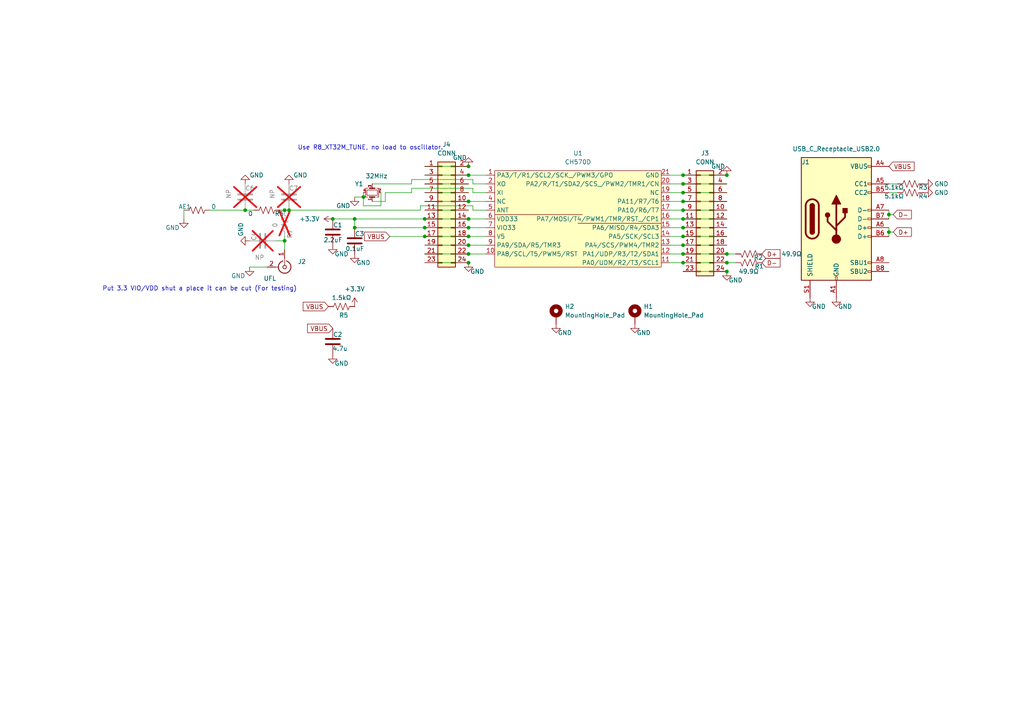
<source format=kicad_sch>
(kicad_sch (version 20231120) (generator "eeschema") (generator_version "8.0")
  (paper "A4")
  (lib_symbols
    (symbol "Connector:Conn_Coaxial" (pin_names (offset 1.016) hide)
      (property "Reference" "J" (at 0.254 3.048 0))
      (property "Value" "Conn_Coaxial" (at 2.921 0 90))
      (symbol "Conn_Coaxial_0_1"
        (arc (start -1.778 -0.508) (mid 0.2311 -1.8066) (end 1.778 0) (stroke (width 0.254)))
        (polyline (pts (xy -2.54 0) (xy -0.508 0)))
        (polyline (pts (xy 0 -2.54) (xy 0 -1.778)))
        (circle (center 0 0) (radius 0.508) (stroke (width 0.2032)))
        (arc (start 1.778 0) (mid 0.2099 1.8101) (end -1.778 0.508) (stroke (width 0.254)))
      )
      (symbol "Conn_Coaxial_1_1"
        (pin passive line (at -5.08 0 0) (length 2.54) (name "In") (number "1"))
        (pin passive line (at 0 -5.08 90) (length 2.54) (name "Ext") (number "2"))
      )
    )
    (symbol "Connector:USB_C_Receptacle_USB2.0" (pin_names (offset 1.016))
      (property "Reference" "J" (at -10.16 19.05 0))
      (property "Value" "USB_C_Receptacle_USB2.0" (at 19.05 19.05 0))
      (symbol "USB_C_Receptacle_USB2.0_0_0"
        (rectangle (start -0.254 -17.78) (end 0.254 -16.764))
        (rectangle (start 10.16 -14.986) (end 9.144 -15.494))
        (rectangle (start 10.16 -12.446) (end 9.144 -12.954))
        (rectangle (start 10.16 -4.826) (end 9.144 -5.334))
        (rectangle (start 10.16 -2.286) (end 9.144 -2.794))
        (rectangle (start 10.16 0.254) (end 9.144 -0.254))
        (rectangle (start 10.16 2.794) (end 9.144 2.286))
        (rectangle (start 10.16 7.874) (end 9.144 7.366))
        (rectangle (start 10.16 10.414) (end 9.144 9.906))
        (rectangle (start 10.16 15.494) (end 9.144 14.986))
      )
      (symbol "USB_C_Receptacle_USB2.0_0_1"
        (rectangle (start -10.16 17.78) (end 10.16 -17.78) (stroke (width 0.254)) (fill (type background)))
        (arc (start -8.89 -3.81) (mid -6.985 -5.7067) (end -5.08 -3.81) (stroke (width 0.508)))
        (arc (start -7.62 -3.81) (mid -6.985 -4.4423) (end -6.35 -3.81) (stroke (width 0.254)))
        (arc (start -7.62 -3.81) (mid -6.985 -4.4423) (end -6.35 -3.81) (stroke (width 0.254)) (fill (type outline)))
        (rectangle (start -7.62 -3.81) (end -6.35 3.81) (stroke (width 0.254)) (fill (type outline)))
        (arc (start -6.35 3.81) (mid -6.985 4.4423) (end -7.62 3.81) (stroke (width 0.254)))
        (arc (start -6.35 3.81) (mid -6.985 4.4423) (end -7.62 3.81) (stroke (width 0.254)) (fill (type outline)))
        (arc (start -5.08 3.81) (mid -6.985 5.7067) (end -8.89 3.81) (stroke (width 0.508)))
        (circle (center -2.54 1.143) (radius 0.635) (stroke (width 0.254)) (fill (type outline)))
        (circle (center 0 -5.842) (radius 1.27) (fill (type outline)))
        (polyline (pts (xy -8.89 -3.81) (xy -8.89 3.81)) (stroke (width 0.508)))
        (polyline (pts (xy -5.08 3.81) (xy -5.08 -3.81)) (stroke (width 0.508)))
        (polyline (pts (xy 0 -5.842) (xy 0 4.318)) (stroke (width 0.508)))
        (polyline (pts (xy 0 -3.302) (xy -2.54 -0.762) (xy -2.54 0.508)) (stroke (width 0.508)))
        (polyline (pts (xy 0 -2.032) (xy 2.54 0.508) (xy 2.54 1.778)) (stroke (width 0.508)))
        (polyline (pts (xy -1.27 4.318) (xy 0 6.858) (xy 1.27 4.318) (xy -1.27 4.318)) (stroke (width 0.254)) (fill (type outline)))
        (rectangle (start 1.905 1.778) (end 3.175 3.048) (stroke (width 0.254)) (fill (type outline)))
      )
      (symbol "USB_C_Receptacle_USB2.0_1_1"
        (pin passive line (at 0 -22.86 90) (length 5.08) (name "GND") (number "A1"))
        (pin passive line (at 0 -22.86 90) (length 5.08) hide (name "GND") (number "A12"))
        (pin passive line (at 15.24 15.24 180) (length 5.08) (name "VBUS") (number "A4"))
        (pin bidirectional line (at 15.24 10.16 180) (length 5.08) (name "CC1") (number "A5"))
        (pin bidirectional line (at 15.24 -2.54 180) (length 5.08) (name "D+") (number "A6"))
        (pin bidirectional line (at 15.24 2.54 180) (length 5.08) (name "D-") (number "A7"))
        (pin bidirectional line (at 15.24 -12.7 180) (length 5.08) (name "SBU1") (number "A8"))
        (pin passive line (at 15.24 15.24 180) (length 5.08) hide (name "VBUS") (number "A9"))
        (pin passive line (at 0 -22.86 90) (length 5.08) hide (name "GND") (number "B1"))
        (pin passive line (at 0 -22.86 90) (length 5.08) hide (name "GND") (number "B12"))
        (pin passive line (at 15.24 15.24 180) (length 5.08) hide (name "VBUS") (number "B4"))
        (pin bidirectional line (at 15.24 7.62 180) (length 5.08) (name "CC2") (number "B5"))
        (pin bidirectional line (at 15.24 -5.08 180) (length 5.08) (name "D+") (number "B6"))
        (pin bidirectional line (at 15.24 0 180) (length 5.08) (name "D-") (number "B7"))
        (pin bidirectional line (at 15.24 -15.24 180) (length 5.08) (name "SBU2") (number "B8"))
        (pin passive line (at 15.24 15.24 180) (length 5.08) hide (name "VBUS") (number "B9"))
        (pin passive line (at -7.62 -22.86 90) (length 5.08) (name "SHIELD") (number "S1"))
      )
    )
    (symbol "Connector_Generic:Conn_02x12_Odd_Even" (pin_names (offset 1.016) hide)
      (property "Reference" "J" (at 1.27 15.24 0))
      (property "Value" "Conn_02x12_Odd_Even" (at 1.27 -17.78 0))
      (symbol "Conn_02x12_Odd_Even_1_1"
        (rectangle (start -1.27 -15.113) (end 0 -15.367) (stroke (width 0.1524)))
        (rectangle (start -1.27 -12.573) (end 0 -12.827) (stroke (width 0.1524)))
        (rectangle (start -1.27 -10.033) (end 0 -10.287) (stroke (width 0.1524)))
        (rectangle (start -1.27 -7.493) (end 0 -7.747) (stroke (width 0.1524)))
        (rectangle (start -1.27 -4.953) (end 0 -5.207) (stroke (width 0.1524)))
        (rectangle (start -1.27 -2.413) (end 0 -2.667) (stroke (width 0.1524)))
        (rectangle (start -1.27 0.127) (end 0 -0.127) (stroke (width 0.1524)))
        (rectangle (start -1.27 2.667) (end 0 2.413) (stroke (width 0.1524)))
        (rectangle (start -1.27 5.207) (end 0 4.953) (stroke (width 0.1524)))
        (rectangle (start -1.27 7.747) (end 0 7.493) (stroke (width 0.1524)))
        (rectangle (start -1.27 10.287) (end 0 10.033) (stroke (width 0.1524)))
        (rectangle (start -1.27 12.827) (end 0 12.573) (stroke (width 0.1524)))
        (rectangle (start -1.27 13.97) (end 3.81 -16.51) (stroke (width 0.254)) (fill (type background)))
        (rectangle (start 3.81 -15.113) (end 2.54 -15.367) (stroke (width 0.1524)))
        (rectangle (start 3.81 -12.573) (end 2.54 -12.827) (stroke (width 0.1524)))
        (rectangle (start 3.81 -10.033) (end 2.54 -10.287) (stroke (width 0.1524)))
        (rectangle (start 3.81 -7.493) (end 2.54 -7.747) (stroke (width 0.1524)))
        (rectangle (start 3.81 -4.953) (end 2.54 -5.207) (stroke (width 0.1524)))
        (rectangle (start 3.81 -2.413) (end 2.54 -2.667) (stroke (width 0.1524)))
        (rectangle (start 3.81 0.127) (end 2.54 -0.127) (stroke (width 0.1524)))
        (rectangle (start 3.81 2.667) (end 2.54 2.413) (stroke (width 0.1524)))
        (rectangle (start 3.81 5.207) (end 2.54 4.953) (stroke (width 0.1524)))
        (rectangle (start 3.81 7.747) (end 2.54 7.493) (stroke (width 0.1524)))
        (rectangle (start 3.81 10.287) (end 2.54 10.033) (stroke (width 0.1524)))
        (rectangle (start 3.81 12.827) (end 2.54 12.573) (stroke (width 0.1524)))
        (pin passive line (at -5.08 12.7 0) (length 3.81) (name "Pin_1") (number "1"))
        (pin passive line (at 7.62 2.54 180) (length 3.81) (name "Pin_10") (number "10"))
        (pin passive line (at -5.08 0 0) (length 3.81) (name "Pin_11") (number "11"))
        (pin passive line (at 7.62 0 180) (length 3.81) (name "Pin_12") (number "12"))
        (pin passive line (at -5.08 -2.54 0) (length 3.81) (name "Pin_13") (number "13"))
        (pin passive line (at 7.62 -2.54 180) (length 3.81) (name "Pin_14") (number "14"))
        (pin passive line (at -5.08 -5.08 0) (length 3.81) (name "Pin_15") (number "15"))
        (pin passive line (at 7.62 -5.08 180) (length 3.81) (name "Pin_16") (number "16"))
        (pin passive line (at -5.08 -7.62 0) (length 3.81) (name "Pin_17") (number "17"))
        (pin passive line (at 7.62 -7.62 180) (length 3.81) (name "Pin_18") (number "18"))
        (pin passive line (at -5.08 -10.16 0) (length 3.81) (name "Pin_19") (number "19"))
        (pin passive line (at 7.62 12.7 180) (length 3.81) (name "Pin_2") (number "2"))
        (pin passive line (at 7.62 -10.16 180) (length 3.81) (name "Pin_20") (number "20"))
        (pin passive line (at -5.08 -12.7 0) (length 3.81) (name "Pin_21") (number "21"))
        (pin passive line (at 7.62 -12.7 180) (length 3.81) (name "Pin_22") (number "22"))
        (pin passive line (at -5.08 -15.24 0) (length 3.81) (name "Pin_23") (number "23"))
        (pin passive line (at 7.62 -15.24 180) (length 3.81) (name "Pin_24") (number "24"))
        (pin passive line (at -5.08 10.16 0) (length 3.81) (name "Pin_3") (number "3"))
        (pin passive line (at 7.62 10.16 180) (length 3.81) (name "Pin_4") (number "4"))
        (pin passive line (at -5.08 7.62 0) (length 3.81) (name "Pin_5") (number "5"))
        (pin passive line (at 7.62 7.62 180) (length 3.81) (name "Pin_6") (number "6"))
        (pin passive line (at -5.08 5.08 0) (length 3.81) (name "Pin_7") (number "7"))
        (pin passive line (at 7.62 5.08 180) (length 3.81) (name "Pin_8") (number "8"))
        (pin passive line (at -5.08 2.54 0) (length 3.81) (name "Pin_9") (number "9"))
      )
    )
    (symbol "Device:C" (pin_numbers hide) (pin_names (offset 0.254))
      (property "Reference" "C" (at 0.635 2.54 0))
      (property "Value" "C" (at 0.635 -2.54 0))
      (symbol "C_0_1"
        (polyline (pts (xy -2.032 -0.762) (xy 2.032 -0.762)) (stroke (width 0.508)))
        (polyline (pts (xy -2.032 0.762) (xy 2.032 0.762)) (stroke (width 0.508)))
      )
      (symbol "C_1_1"
        (pin passive line (at 0 3.81 270) (length 2.794) (name "~") (number "1"))
        (pin passive line (at 0 -3.81 90) (length 2.794) (name "~") (number "2"))
      )
    )
    (symbol "Device:Crystal_GND24_Small" (pin_names (offset 1.016) hide)
      (property "Reference" "Y" (at 1.27 4.445 0))
      (property "Value" "Crystal_GND24_Small" (at 1.27 2.54 0))
      (symbol "Crystal_GND24_Small_0_1"
        (rectangle (start -0.762 -1.524) (end 0.762 1.524))
        (polyline (pts (xy -1.27 -0.762) (xy -1.27 0.762)) (stroke (width 0.381)))
        (polyline (pts (xy 1.27 -0.762) (xy 1.27 0.762)) (stroke (width 0.381)))
        (polyline (pts (xy -1.27 -1.27) (xy -1.27 -1.905) (xy 1.27 -1.905) (xy 1.27 -1.27)))
        (polyline (pts (xy -1.27 1.27) (xy -1.27 1.905) (xy 1.27 1.905) (xy 1.27 1.27)))
      )
      (symbol "Crystal_GND24_Small_1_1"
        (pin passive line (at -2.54 0 0) (length 1.27) (name "1") (number "1"))
        (pin passive line (at 0 -2.54 90) (length 0.635) (name "2") (number "2"))
        (pin passive line (at 2.54 0 180) (length 1.27) (name "3") (number "3"))
        (pin passive line (at 0 2.54 270) (length 0.635) (name "4") (number "4"))
      )
    )
    (symbol "Mechanical:MountingHole_Pad" (pin_numbers hide) (pin_names (offset 1.016) hide) (exclude_from_sim yes) (in_bom no)
      (property "Reference" "H" (at 0 6.35 0))
      (property "Value" "MountingHole_Pad" (at 0 4.445 0))
      (symbol "MountingHole_Pad_0_1"
        (circle (center 0 1.27) (radius 1.27) (stroke (width 1.27)))
      )
      (symbol "MountingHole_Pad_1_1"
        (pin input line (at 0 -2.54 90) (length 2.54) (name "1") (number "1"))
      )
    )
    (symbol "Swadge_Parts:R_US" (pin_numbers hide) (pin_names (offset 0))
      (property "Reference" "R" (at 2.54 0 90))
      (property "Value" "R_US" (at -2.54 0 90))
      (symbol "R_US_0_1"
        (polyline (pts (xy 0 -2.286) (xy 0 -2.54)))
        (polyline (pts (xy 0 2.286) (xy 0 2.54)))
        (polyline (pts (xy 0 -0.762) (xy 1.016 -1.143) (xy 0 -1.524) (xy -1.016 -1.905) (xy 0 -2.286)))
        (polyline (pts (xy 0 0.762) (xy 1.016 0.381) (xy 0 0) (xy -1.016 -0.381) (xy 0 -0.762)))
        (polyline (pts (xy 0 2.286) (xy 1.016 1.905) (xy 0 1.524) (xy -1.016 1.143) (xy 0 0.762)))
      )
      (symbol "R_US_1_1"
        (pin passive line (at 0 3.81 270) (length 1.27) (name "~") (number "1"))
        (pin passive line (at 0 -3.81 90) (length 1.27) (name "~") (number "2"))
      )
    )
    (symbol "cnhardware:CH570D"
      (property "Reference" "U" (at -2.286 -0.508 0))
      (property "Value" "CH570D" (at -4.318 -4.572 0))
      (symbol "CH570D_0_1"
        (rectangle (start -24.13 -1.27) (end 1.27 -1.27))
        (rectangle (start 24.13 -3.81) (end 0 -3.81))
      )
      (symbol "CH570D_1_1"
        (rectangle (start -24.13 11.43) (end 24.13 -16.51) (fill (type background)))
        (pin bidirectional line (at -26.67 10.16 0) (length 2.54) (name "PA3/T/R1/SCL2/SCK_/PWM3/GPO") (number "1"))
        (pin bidirectional line (at -26.67 -12.7 0) (length 2.54) (name "PA8/SCL/T5/PWM5/RST") (number "10"))
        (pin bidirectional line (at 26.67 -15.24 180) (length 2.54) (name "PA0/UDM/R2/T3/SCL1") (number "11"))
        (pin bidirectional line (at 26.67 -12.7 180) (length 2.54) (name "PA1/UDP/R3/T2/SDA1") (number "12"))
        (pin bidirectional line (at 26.67 -10.16 180) (length 2.54) (name "PA4/SCS/PWM4/TMR2") (number "13"))
        (pin bidirectional line (at 26.67 -7.62 180) (length 2.54) (name "PA5/SCK/SCL3") (number "14"))
        (pin bidirectional line (at 26.67 -5.08 180) (length 2.54) (name "PA6/MISO/R4/SDA3") (number "15"))
        (pin bidirectional line (at 26.67 -2.54 180) (length 2.54) (name "PA7/MOSI/T4/PWM1/TMR/RST_/CP1") (number "16"))
        (pin bidirectional line (at 26.67 0 180) (length 2.54) (name "PA10/R6/T7") (number "17"))
        (pin bidirectional line (at 26.67 2.54 180) (length 2.54) (name "PA11/R7/T6") (number "18"))
        (pin bidirectional line (at 26.67 5.08 180) (length 2.54) (name "NC") (number "19"))
        (pin bidirectional line (at -26.67 7.62 0) (length 2.54) (name "XO") (number "2"))
        (pin bidirectional line (at 26.67 7.62 180) (length 2.54) (name "PA2/R/T1/SDA2/SCS_/PWM2/TMR1/CN") (number "20"))
        (pin bidirectional line (at 26.67 10.16 180) (length 2.54) (name "GND") (number "21"))
        (pin bidirectional line (at -26.67 5.08 0) (length 2.54) (name "XI") (number "3"))
        (pin bidirectional line (at -26.67 2.54 0) (length 2.54) (name "NC") (number "4"))
        (pin bidirectional line (at -26.67 0 0) (length 2.54) (name "ANT") (number "5"))
        (pin bidirectional line (at -26.67 -2.54 0) (length 2.54) (name "VDD33") (number "6"))
        (pin bidirectional line (at -26.67 -5.08 0) (length 2.54) (name "VIO33") (number "7"))
        (pin bidirectional line (at -26.67 -7.62 0) (length 2.54) (name "V5") (number "8"))
        (pin bidirectional line (at -26.67 -10.16 0) (length 2.54) (name "PA9/SDA/R5/TMR3") (number "9"))
      )
    )
    (symbol "power:+3.3V" (power) (pin_numbers hide) (pin_names (offset 0) hide)
      (property "Value" "+3.3V" (at 0 3.556 0))
      (symbol "+3.3V_0_1"
        (polyline (pts (xy -0.762 1.27) (xy 0 2.54)))
        (polyline (pts (xy 0 0) (xy 0 2.54)))
        (polyline (pts (xy 0 2.54) (xy 0.762 1.27)))
      )
      (symbol "+3.3V_1_1"
        (pin power_in line (at 0 0 90) (length 0) (name "~") (number "1"))
      )
    )
    (symbol "power:GND" (power) (pin_names (offset 0))
      (property "Value" "GND" (at 0 -3.81 0))
      (symbol "GND_0_1"
        (polyline (pts (xy 0 0) (xy 0 -1.27) (xy 1.27 -1.27) (xy 0 -2.54) (xy -1.27 -1.27) (xy 0 -1.27)))
      )
      (symbol "GND_1_1"
        (pin power_in line (at 0 0 270) (length 0) hide (name "GND") (number "1"))
      )
    )
  )
  (junction (at 135.89 76.2))
  (junction (at 102.87 66.04))
  (junction (at 198.12 50.8))
  (junction (at 198.12 60.96))
  (junction (at 257.81 67.31))
  (junction (at 123.19 68.58))
  (junction (at 257.81 62.23))
  (junction (at 198.12 76.2))
  (junction (at 135.89 50.8))
  (junction (at 198.12 71.12))
  (junction (at 123.19 63.5))
  (junction (at 135.89 73.66))
  (junction (at 135.89 66.04))
  (junction (at 135.89 63.5))
  (junction (at 210.82 76.2))
  (junction (at 135.89 48.26))
  (junction (at 82.55 60.96))
  (junction (at 198.12 63.5))
  (junction (at 135.89 58.42))
  (junction (at 210.82 78.74))
  (junction (at 102.87 63.5))
  (junction (at 135.89 68.58))
  (junction (at 198.12 55.88))
  (junction (at 83.82 60.96))
  (junction (at 210.82 50.8))
  (junction (at 198.12 73.66))
  (junction (at 71.12 60.96))
  (junction (at 82.55 69.85))
  (junction (at 198.12 53.34))
  (junction (at 105.41 57.15))
  (junction (at 123.19 66.04))
  (junction (at 198.12 58.42))
  (junction (at 198.12 66.04))
  (junction (at 96.52 63.5))
  (junction (at 198.12 68.58))
  (junction (at 135.89 71.12))
  (junction (at 210.82 73.66))
  (wire (pts (xy 123.19 60.96) (xy 135.89 60.96)))
  (wire (pts (xy 194.31 71.12) (xy 198.12 71.12)))
  (wire (pts (xy 102.87 63.5) (xy 123.19 63.5)))
  (wire (pts (xy 198.12 58.42) (xy 210.82 58.42)))
  (wire (pts (xy 137.16 52.07) (xy 137.16 53.34)))
  (wire (pts (xy 198.12 63.5) (xy 210.82 63.5)))
  (wire (pts (xy 194.31 58.42) (xy 198.12 58.42)))
  (wire (pts (xy 137.16 54.61) (xy 119.38 54.61)))
  (wire (pts (xy 135.89 58.42) (xy 140.97 58.42)))
  (wire (pts (xy 123.19 63.5) (xy 135.89 63.5)))
  (wire (pts (xy 198.12 68.58) (xy 210.82 68.58)))
  (wire (pts (xy 82.55 69.85) (xy 82.55 72.39)))
  (wire (pts (xy 257.81 53.34) (xy 260.35 53.34)))
  (wire (pts (xy 107.95 53.34) (xy 119.38 53.34)))
  (wire (pts (xy 102.87 66.04) (xy 123.19 66.04)))
  (wire (pts (xy 194.31 53.34) (xy 198.12 53.34)))
  (wire (pts (xy 72.39 77.47) (xy 77.47 77.47)))
  (wire (pts (xy 105.41 57.15) (xy 105.41 55.88)))
  (wire (pts (xy 198.12 71.12) (xy 210.82 71.12)))
  (wire (pts (xy 198.12 73.66) (xy 210.82 73.66)))
  (wire (pts (xy 119.38 52.07) (xy 137.16 52.07)))
  (wire (pts (xy 107.95 58.42) (xy 111.76 58.42)))
  (wire (pts (xy 198.12 60.96) (xy 210.82 60.96)))
  (wire (pts (xy 257.81 67.31) (xy 257.81 68.58)))
  (wire (pts (xy 80.01 69.85) (xy 82.55 69.85)))
  (wire (pts (xy 257.81 60.96) (xy 257.81 62.23)))
  (wire (pts (xy 135.89 66.04) (xy 140.97 66.04)))
  (wire (pts (xy 123.19 76.2) (xy 135.89 76.2)))
  (wire (pts (xy 213.36 76.2) (xy 210.82 76.2)))
  (wire (pts (xy 119.38 53.34) (xy 119.38 52.07)))
  (wire (pts (xy 123.19 71.12) (xy 135.89 71.12)))
  (wire (pts (xy 111.76 58.42) (xy 111.76 55.88)))
  (wire (pts (xy 140.97 55.88) (xy 137.16 55.88)))
  (wire (pts (xy 198.12 73.66) (xy 194.31 73.66)))
  (wire (pts (xy 123.19 48.26) (xy 135.89 48.26)))
  (wire (pts (xy 135.89 71.12) (xy 140.97 71.12)))
  (wire (pts (xy 123.19 58.42) (xy 135.89 58.42)))
  (wire (pts (xy 137.16 60.96) (xy 140.97 60.96)))
  (wire (pts (xy 82.55 60.96) (xy 83.82 60.96)))
  (wire (pts (xy 83.82 60.96) (xy 121.92 60.96)))
  (wire (pts (xy 140.97 68.58) (xy 135.89 68.58)))
  (wire (pts (xy 119.38 54.61) (xy 119.38 55.88)))
  (wire (pts (xy 121.92 59.69) (xy 137.16 59.69)))
  (wire (pts (xy 257.81 66.04) (xy 257.81 67.31)))
  (wire (pts (xy 194.31 66.04) (xy 198.12 66.04)))
  (wire (pts (xy 198.12 50.8) (xy 210.82 50.8)))
  (wire (pts (xy 194.31 60.96) (xy 198.12 60.96)))
  (wire (pts (xy 198.12 78.74) (xy 210.82 78.74)))
  (wire (pts (xy 71.12 60.96) (xy 73.66 60.96)))
  (wire (pts (xy 198.12 76.2) (xy 210.82 76.2)))
  (wire (pts (xy 123.19 73.66) (xy 135.89 73.66)))
  (wire (pts (xy 198.12 76.2) (xy 194.31 76.2)))
  (wire (pts (xy 135.89 73.66) (xy 140.97 73.66)))
  (wire (pts (xy 257.81 62.23) (xy 257.81 63.5)))
  (wire (pts (xy 123.19 55.88) (xy 135.89 55.88)))
  (wire (pts (xy 194.31 50.8) (xy 198.12 50.8)))
  (wire (pts (xy 135.89 50.8) (xy 140.97 50.8)))
  (wire (pts (xy 198.12 53.34) (xy 210.82 53.34)))
  (wire (pts (xy 135.89 63.5) (xy 140.97 63.5)))
  (wire (pts (xy 110.49 59.69) (xy 105.41 59.69)))
  (wire (pts (xy 137.16 53.34) (xy 140.97 53.34)))
  (wire (pts (xy 53.34 63.5) (xy 53.34 60.96)))
  (wire (pts (xy 194.31 68.58) (xy 198.12 68.58)))
  (wire (pts (xy 82.55 69.85) (xy 82.55 68.58)))
  (wire (pts (xy 81.28 60.96) (xy 82.55 60.96)))
  (wire (pts (xy 105.41 59.69) (xy 105.41 57.15)))
  (wire (pts (xy 121.92 60.96) (xy 121.92 59.69)))
  (wire (pts (xy 198.12 55.88) (xy 210.82 55.88)))
  (wire (pts (xy 123.19 50.8) (xy 135.89 50.8)))
  (wire (pts (xy 110.49 55.88) (xy 110.49 59.69)))
  (wire (pts (xy 123.19 66.04) (xy 135.89 66.04)))
  (wire (pts (xy 119.38 55.88) (xy 111.76 55.88)))
  (wire (pts (xy 102.87 57.15) (xy 105.41 57.15)))
  (wire (pts (xy 123.19 53.34) (xy 135.89 53.34)))
  (wire (pts (xy 137.16 59.69) (xy 137.16 60.96)))
  (wire (pts (xy 257.81 55.88) (xy 260.35 55.88)))
  (wire (pts (xy 213.36 73.66) (xy 210.82 73.66)))
  (wire (pts (xy 194.31 55.88) (xy 198.12 55.88)))
  (wire (pts (xy 137.16 55.88) (xy 137.16 54.61)))
  (wire (pts (xy 102.87 63.5) (xy 102.87 66.04)))
  (wire (pts (xy 123.19 68.58) (xy 135.89 68.58)))
  (wire (pts (xy 60.96 60.96) (xy 71.12 60.96)))
  (wire (pts (xy 257.81 67.31) (xy 259.08 67.31)))
  (wire (pts (xy 257.81 62.23) (xy 259.08 62.23)))
  (wire (pts (xy 123.19 68.58) (xy 113.03 68.58)))
  (wire (pts (xy 198.12 66.04) (xy 210.82 66.04)))
  (wire (pts (xy 194.31 63.5) (xy 198.12 63.5)))
  (wire (pts (xy 96.52 63.5) (xy 102.87 63.5)))
  (text "Use R8_XT32M_TUNE, no load to oscillator." (at 107.442 42.926 0) (effects (font (size 1.27 1.27))))
  (text "Put 3.3 VIO/VDD shut a place it can be cut (For testing)" (at 57.912 83.82 0) (effects (font (size 1.27 1.27))))
  (global_label "D+" (shape input) (at 259.08 67.31 0) (property "Intersheetrefs" "${INTERSHEET_REFS}" (effects (hide yes))))
  (global_label "VBUS" (shape input) (at 257.81 48.26 0) (property "Intersheetrefs" "${INTERSHEET_REFS}" (effects (hide yes))))
  (global_label "VBUS" (shape input) (at 95.25 88.9 180) (property "Intersheetrefs" "${INTERSHEET_REFS}" (effects (hide yes))))
  (global_label "VBUS" (shape input) (at 113.03 68.58 180) (property "Intersheetrefs" "${INTERSHEET_REFS}" (effects (hide yes))))
  (global_label "D-" (shape input) (at 259.08 62.23 0) (property "Intersheetrefs" "${INTERSHEET_REFS}" (effects (hide yes))))
  (global_label "VBUS" (shape input) (at 96.52 95.25 180) (property "Intersheetrefs" "${INTERSHEET_REFS}" (effects (hide yes))))
  (global_label "D-" (shape input) (at 220.98 76.2 0) (property "Intersheetrefs" "${INTERSHEET_REFS}" (effects (hide yes))))
  (global_label "D+" (shape input) (at 220.98 73.66 0) (property "Intersheetrefs" "${INTERSHEET_REFS}" (effects (hide yes))))
  (symbol (lib_id "Swadge_Parts:R_US") (at 217.17 76.2 90) (mirror x) (unit 1)
    (property "Reference" "R1" (at 220.218 77.216 90))
    (property "Value" "49.9Ω" (at 217.17 78.74 90))
    (property "Footprint" "Resistor_SMD:R_0402_1005Metric" (effects (hide yes)))
    (property "Cost100" "10" (effects (hide yes)))
    (property "Substitutable" "Y" (effects (hide yes)))
    (property "LCSC" "C25120" (effects (hide yes)))
    (property "Cost @ 2.5k" "0.0008" (effects (hide yes)))
  )
  (symbol (lib_id "power:GND") (at 242.57 86.36 0) (unit 1)
    (property "Reference" "#PWR02" (effects (hide yes)))
    (property "Value" "GND" (at 245.11 88.9 0))
  )
  (symbol (lib_id "Connector:Conn_Coaxial") (at 82.55 77.47 270) (unit 1)
    (property "Reference" "J2" (at 86.36 75.8824 90) (effects (justify left)))
    (property "Value" "UFL" (at 76.454 80.772 90) (effects (justify left)))
    (property "Footprint" "Connector_Coaxial:U.FL_Molex_MCRF_73412-0110_Vertical" (effects (hide yes)))
    (property "Description" "coaxial connector (BNC, SMA, SMB, SMC, Cinch/RCA, LEMO, ...)" (effects (hide yes)))
    (property "LCSC" "C496552" (effects (hide yes)))
  )
  (symbol (lib_id "Device:Crystal_GND24_Small") (at 107.95 55.88 90) (unit 1)
    (property "Reference" "Y1" (at 104.14 53.34 90))
    (property "Value" "32MHz" (at 109.22 51.054 90))
    (property "Footprint" "Crystal:Crystal_SMD_2016-4Pin_2.0x1.6mm" (effects (hide yes)))
    (property "Description" "Four pin crystal, GND on pins 2 and 4, small symbol" (effects (hide yes)))
    (property "LCSC" "C2965582" (effects (hide yes)))
  )
  (symbol (lib_id "Swadge_Parts:R_US") (at 264.16 55.88 90) (unit 1)
    (property "Reference" "R4" (at 267.716 56.896 90))
    (property "Value" "5.1kΩ" (at 259.334 56.896 90))
    (property "Footprint" "Resistor_SMD:R_0402_1005Metric" (effects (hide yes)))
    (property "Cost100" "10" (effects (hide yes)))
    (property "Substitutable" "Y" (effects (hide yes)))
    (property "LCSC" "C25905" (effects (hide yes)))
    (property "Cost @ 2.5k" "0.0008" (effects (hide yes)))
  )
  (symbol (lib_id "power:GND") (at 96.52 71.12 0) (unit 1)
    (property "Reference" "#PWR07" (effects (hide yes)))
    (property "Value" "GND" (at 99.06 73.66 0))
  )
  (symbol (lib_id "power:GND") (at 234.95 86.36 0) (unit 1)
    (property "Reference" "#PWR01" (effects (hide yes)))
    (property "Value" "GND" (at 237.49 88.9 0))
  )
  (symbol (lib_id "power:+3.3V") (at 96.52 63.5 90) (unit 1)
    (property "Reference" "#PWR010" (effects (hide yes)))
    (property "Value" "+3.3V" (at 92.71 63.4999 90) (effects (justify left)))
    (property "Description" "Power symbol creates a global label with name \"+3.3V\"" (effects (hide yes)))
  )
  (symbol (lib_id "Device:C") (at 83.82 57.15 0) (unit 1) (in_bom no) (dnp yes)
    (property "Reference" "C7" (at 83.82 54.61 0) (effects (justify left)))
    (property "Value" "NP" (at 78.994 57.658 90) (effects (justify left)))
    (property "Footprint" "Capacitor_SMD:C_0402_1005Metric" (effects (hide yes)))
  )
  (symbol (lib_id "Swadge_Parts:R_US") (at 217.17 73.66 90) (mirror x) (unit 1)
    (property "Reference" "R2" (at 219.964 74.676 90))
    (property "Value" "49.9Ω" (at 229.616 73.66 90))
    (property "Footprint" "Resistor_SMD:R_0402_1005Metric" (effects (hide yes)))
    (property "Cost100" "10" (effects (hide yes)))
    (property "Substitutable" "Y" (effects (hide yes)))
    (property "LCSC" "C25120" (effects (hide yes)))
    (property "Cost @ 2.5k" "0.0008" (effects (hide yes)))
  )
  (symbol (lib_id "power:GND") (at 210.82 78.74 0) (unit 1)
    (property "Reference" "#PWR019" (effects (hide yes)))
    (property "Value" "GND" (at 213.36 81.28 0))
  )
  (symbol (lib_id "Mechanical:MountingHole_Pad") (at 184.15 91.44 0) (unit 1) (exclude_from_sim yes) (in_bom no)
    (property "Reference" "H1" (at 186.69 88.8999 0) (effects (justify left)))
    (property "Value" "MountingHole_Pad" (at 186.69 91.4399 0) (effects (justify left)))
    (property "Footprint" "MountingHole:MountingHole_2.2mm_M2_DIN965_Pad" (effects (hide yes)))
    (property "Description" "Mounting Hole with connection" (effects (hide yes)))
  )
  (symbol (lib_id "Device:C") (at 71.12 57.15 0) (unit 1) (in_bom no) (dnp yes)
    (property "Reference" "C6" (at 71.12 54.61 0) (effects (justify left)))
    (property "Value" "NP" (at 66.294 57.658 90) (effects (justify left)))
    (property "Footprint" "Capacitor_SMD:C_0402_1005Metric" (effects (hide yes)))
  )
  (symbol (lib_id "Connector:USB_C_Receptacle_USB2.0") (at 242.57 63.5 0) (unit 1)
    (property "Reference" "J1" (at 233.68 46.99 0))
    (property "Value" "USB_C_Receptacle_USB2.0" (at 242.57 43.18 0))
    (property "Footprint" "Connector_USB:USB_C_Receptacle_HRO_TYPE-C-31-M-12" (effects (hide yes)))
    (property "Datasheet" "https://www.usb.org/sites/default/files/documents/usb_type-c.zip" (effects (hide yes)))
    (property "LCSC" "C2765186" (effects (hide yes)))
  )
  (symbol (lib_id "power:GND") (at 102.87 57.15 0) (unit 1)
    (property "Reference" "#PWR09" (effects (hide yes)))
    (property "Value" "GND" (at 99.568 59.69 0))
  )
  (symbol (lib_id "Swadge_Parts:R_US") (at 57.15 60.96 270) (unit 1) (in_bom no)
    (property "Reference" "AE1" (at 53.594 59.944 90))
    (property "Value" "0" (at 61.976 59.944 90))
    (property "Footprint" "RF_Antenna:Texas_SWRA117D_2.4GHz_Right" (effects (hide yes)))
    (property "Cost100" "10" (effects (hide yes)))
    (property "Substitutable" "Y" (effects (hide yes)))
    (property "Cost @ 2.5k" "0.0008" (effects (hide yes)))
  )
  (symbol (lib_id "power:GND") (at 161.29 93.98 0) (unit 1)
    (property "Reference" "#PWR021" (effects (hide yes)))
    (property "Value" "GND" (at 163.83 96.52 0))
  )
  (symbol (lib_id "Swadge_Parts:R_US") (at 99.06 88.9 90) (unit 1)
    (property "Reference" "R5" (at 99.695 91.44 90))
    (property "Value" "1.5kΩ" (at 99.06 86.36 90))
    (property "Footprint" "Resistor_SMD:R_0402_1005Metric" (effects (hide yes)))
    (property "Cost100" "10" (effects (hide yes)))
    (property "Substitutable" "Y" (effects (hide yes)))
    (property "LCSC" "C25867" (effects (hide yes)))
    (property "Cost @ 2.5k" "0.0008" (effects (hide yes)))
  )
  (symbol (lib_id "power:GND") (at 72.39 77.47 0) (unit 1)
    (property "Reference" "#PWR012" (effects (hide yes)))
    (property "Value" "GND" (at 69.088 80.01 0))
  )
  (symbol (lib_id "Device:C") (at 102.87 69.85 0) (mirror y) (unit 1)
    (property "Reference" "C3" (at 105.664 67.818 0) (effects (justify left)))
    (property "Value" "0.1uF" (at 105.664 72.136 0) (effects (justify left)))
    (property "Footprint" "Capacitor_SMD:C_0402_1005Metric" (effects (hide yes)))
    (property "LCSC" "C307331" (effects (hide yes)))
  )
  (symbol (lib_id "power:GND") (at 267.97 53.34 90) (unit 1)
    (property "Reference" "#PWR03" (effects (hide yes)))
    (property "Value" "GND" (at 273.05 53.34 90))
  )
  (symbol (lib_id "power:+3.3V") (at 102.87 88.9 0) (unit 1)
    (property "Reference" "#PWR011" (effects (hide yes)))
    (property "Value" "+3.3V" (at 102.87 83.82 0))
    (property "Description" "Power symbol creates a global label with name \"+3.3V\"" (effects (hide yes)))
  )
  (symbol (lib_id "power:GND") (at 135.89 76.2 0) (unit 1)
    (property "Reference" "#PWR016" (effects (hide yes)))
    (property "Value" "GND" (at 138.43 78.74 0))
  )
  (symbol (lib_id "power:GND") (at 210.82 50.8 180) (unit 1)
    (property "Reference" "#PWR018" (effects (hide yes)))
    (property "Value" "GND" (at 208.28 48.26 0))
  )
  (symbol (lib_id "Mechanical:MountingHole_Pad") (at 161.29 91.44 0) (unit 1) (exclude_from_sim yes) (in_bom no)
    (property "Reference" "H2" (at 163.83 88.8999 0) (effects (justify left)))
    (property "Value" "MountingHole_Pad" (at 163.83 91.4399 0) (effects (justify left)))
    (property "Footprint" "MountingHole:MountingHole_2.2mm_M2_DIN965_Pad" (effects (hide yes)))
    (property "Description" "Mounting Hole with connection" (effects (hide yes)))
  )
  (symbol (lib_id "Swadge_Parts:R_US") (at 82.55 64.77 180) (unit 1) (in_bom no) (dnp yes)
    (property "Reference" "R7" (at 84.074 67.818 90))
    (property "Value" "0" (at 79.756 65.278 90))
    (property "Footprint" "Resistor_SMD:R_0402_1005Metric" (effects (hide yes)))
    (property "Cost100" "10" (effects (hide yes)))
    (property "Substitutable" "Y" (effects (hide yes)))
    (property "LCSC" "C17168" (effects (hide yes)))
    (property "Cost @ 2.5k" "0.0008" (effects (hide yes)))
  )
  (symbol (lib_id "power:GND") (at 83.82 53.34 180) (unit 1)
    (property "Reference" "#PWR015" (effects (hide yes)))
    (property "Value" "GND" (at 87.122 50.8 0))
  )
  (symbol (lib_id "power:GND") (at 72.39 69.85 270) (unit 1)
    (property "Reference" "#PWR013" (effects (hide yes)))
    (property "Value" "GND" (at 69.85 66.548 0))
  )
  (symbol (lib_id "power:GND") (at 96.52 102.87 0) (unit 1)
    (property "Reference" "#PWR08" (effects (hide yes)))
    (property "Value" "GND" (at 99.06 105.41 0))
  )
  (symbol (lib_id "Device:C") (at 96.52 67.31 0) (mirror y) (unit 1)
    (property "Reference" "C1" (at 99.314 65.278 0) (effects (justify left)))
    (property "Value" "2.2uF" (at 99.314 69.596 0) (effects (justify left)))
    (property "Footprint" "Capacitor_SMD:C_0402_1005Metric" (effects (hide yes)))
    (property "LCSC" "C12530" (effects (hide yes)))
  )
  (symbol (lib_id "cnhardware:CH570D") (at 167.64 60.96 0) (unit 1)
    (property "Reference" "U1" (at 167.64 44.45 0))
    (property "Value" "CH570D" (at 167.64 46.99 0))
    (property "Footprint" "Package_DFN_QFN:QFN-20-1EP_3x3mm_P0.4mm_EP1.65x1.65mm" (effects (hide yes)))
  )
  (symbol (lib_id "power:GND") (at 135.89 48.26 180) (unit 1)
    (property "Reference" "#PWR017" (effects (hide yes)))
    (property "Value" "GND" (at 133.35 45.72 0))
  )
  (symbol (lib_id "Device:C") (at 96.52 99.06 0) (mirror y) (unit 1)
    (property "Reference" "C2" (at 99.314 97.028 0) (effects (justify left)))
    (property "Value" "4.7u" (at 100.838 101.092 0) (effects (justify left)))
    (property "Footprint" "Capacitor_SMD:C_0402_1005Metric" (effects (hide yes)))
    (property "LCSC" "C23733" (effects (hide yes)))
  )
  (symbol (lib_id "power:GND") (at 184.15 93.98 0) (unit 1)
    (property "Reference" "#PWR020" (effects (hide yes)))
    (property "Value" "GND" (at 186.69 96.52 0))
  )
  (symbol (lib_id "Swadge_Parts:R_US") (at 264.16 53.34 90) (unit 1)
    (property "Reference" "R3" (at 267.716 54.356 90))
    (property "Value" "5.1kΩ" (at 259.334 54.356 90))
    (property "Footprint" "Resistor_SMD:R_0402_1005Metric" (effects (hide yes)))
    (property "Cost100" "10" (effects (hide yes)))
    (property "Substitutable" "Y" (effects (hide yes)))
    (property "LCSC" "C25905" (effects (hide yes)))
    (property "Cost @ 2.5k" "0.0008" (effects (hide yes)))
  )
  (symbol (lib_id "power:GND") (at 267.97 55.88 90) (unit 1)
    (property "Reference" "#PWR04" (effects (hide yes)))
    (property "Value" "GND" (at 273.05 55.88 90))
  )
  (symbol (lib_id "power:GND") (at 102.87 73.66 0) (unit 1)
    (property "Reference" "#PWR06" (effects (hide yes)))
    (property "Value" "GND" (at 105.41 76.2 0))
  )
  (symbol (lib_id "power:GND") (at 53.34 63.5 0) (unit 1)
    (property "Reference" "#PWR05" (effects (hide yes)))
    (property "Value" "GND" (at 50.038 66.04 0))
  )
  (symbol (lib_id "Device:C") (at 76.2 69.85 90) (unit 1) (in_bom no) (dnp yes)
    (property "Reference" "C4" (at 73.66 69.85 0) (effects (justify left)))
    (property "Value" "NP" (at 76.708 74.676 90) (effects (justify left)))
    (property "Footprint" "Capacitor_SMD:C_0402_1005Metric" (effects (hide yes)))
  )
  (symbol (lib_id "Swadge_Parts:R_US") (at 77.47 60.96 90) (unit 1)
    (property "Reference" "R6" (at 81.026 61.976 90))
    (property "Value" "0" (at 72.644 61.976 90))
    (property "Footprint" "Resistor_SMD:R_0402_1005Metric" (effects (hide yes)))
    (property "Cost100" "10" (effects (hide yes)))
    (property "Substitutable" "Y" (effects (hide yes)))
    (property "LCSC" "C17168" (effects (hide yes)))
    (property "Cost @ 2.5k" "0.0008" (effects (hide yes)))
  )
  (symbol (lib_id "Connector_Generic:Conn_02x12_Odd_Even") (at 203.2 63.5 0) (unit 1)
    (property "Reference" "J3" (at 204.47 44.45 0))
    (property "Value" "CONN" (at 204.47 46.99 0))
    (property "Footprint" "Connector_PinHeader_2.54mm:PinHeader_2x12_P2.54mm_Vertical" (effects (hide yes)))
    (property "Description" "Generic connector, double row, 02x12, odd/even pin numbering scheme (row 1 odd numbers, row 2 even numbers), script generated (kicad-library-utils/schlib/autogen/connector/)" (effects (hide yes)))
    (property "LCSC" "C5383110" (effects (hide yes)))
  )
  (symbol (lib_id "Connector_Generic:Conn_02x12_Odd_Even") (at 128.27 60.96 0) (unit 1)
    (property "Reference" "J4" (at 129.54 41.91 0))
    (property "Value" "CONN" (at 129.54 44.45 0))
    (property "Footprint" "Connector_PinHeader_2.54mm:PinHeader_2x12_P2.54mm_Vertical" (effects (hide yes)))
    (property "Description" "Generic connector, double row, 02x12, odd/even pin numbering scheme (row 1 odd numbers, row 2 even numbers), script generated (kicad-library-utils/schlib/autogen/connector/)" (effects (hide yes)))
    (property "LCSC" "C5383110" (effects (hide yes)))
  )
  (symbol (lib_id "power:GND") (at 71.12 53.34 180) (unit 1)
    (property "Reference" "#PWR014" (effects (hide yes)))
    (property "Value" "GND" (at 74.422 50.8 0))
  )
)
</source>
